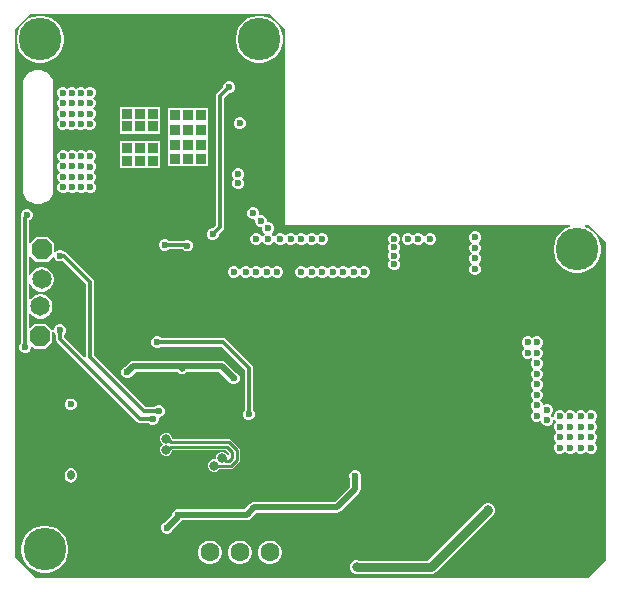
<source format=gbr>
%TF.GenerationSoftware,Altium Limited,Altium Designer,24.1.2 (44)*%
G04 Layer_Physical_Order=2*
G04 Layer_Color=16711680*
%FSLAX45Y45*%
%MOMM*%
%TF.SameCoordinates,21A1AB76-749C-4ABA-85A5-5522D30AEDF9*%
%TF.FilePolarity,Positive*%
%TF.FileFunction,Copper,L2,Bot,Signal*%
%TF.Part,Single*%
G01*
G75*
%TA.AperFunction,Conductor*%
%ADD43C,0.75000*%
%ADD44C,0.50000*%
%ADD45C,0.30000*%
%ADD47C,0.27869*%
%TA.AperFunction,ViaPad*%
%ADD51C,3.60000*%
%TA.AperFunction,ComponentPad*%
%ADD52C,1.65100*%
G04:AMPARAMS|DCode=53|XSize=1.651mm|YSize=1.651mm|CornerRadius=0mm|HoleSize=0mm|Usage=FLASHONLY|Rotation=90.000|XOffset=0mm|YOffset=0mm|HoleType=Round|Shape=Octagon|*
%AMOCTAGOND53*
4,1,8,0.41275,0.82550,-0.41275,0.82550,-0.82550,0.41275,-0.82550,-0.41275,-0.41275,-0.82550,0.41275,-0.82550,0.82550,-0.41275,0.82550,0.41275,0.41275,0.82550,0.0*
%
%ADD53OCTAGOND53*%

%ADD54R,0.80800X0.80800*%
G04:AMPARAMS|DCode=55|XSize=0.85mm|YSize=0.6mm|CornerRadius=0.3mm|HoleSize=0mm|Usage=FLASHONLY|Rotation=270.000|XOffset=0mm|YOffset=0mm|HoleType=Round|Shape=RoundedRectangle|*
%AMROUNDEDRECTD55*
21,1,0.85000,0.00000,0,0,270.0*
21,1,0.25000,0.60000,0,0,270.0*
1,1,0.60000,0.00000,-0.12500*
1,1,0.60000,0.00000,0.12500*
1,1,0.60000,0.00000,0.12500*
1,1,0.60000,0.00000,-0.12500*
%
%ADD55ROUNDEDRECTD55*%
%ADD56C,0.60000*%
G04:AMPARAMS|DCode=57|XSize=1.3mm|YSize=2.6mm|CornerRadius=0.65mm|HoleSize=0mm|Usage=FLASHONLY|Rotation=270.000|XOffset=0mm|YOffset=0mm|HoleType=Round|Shape=RoundedRectangle|*
%AMROUNDEDRECTD57*
21,1,1.30000,1.30000,0,0,270.0*
21,1,0.00000,2.60000,0,0,270.0*
1,1,1.30000,-0.65000,0.00000*
1,1,1.30000,-0.65000,0.00000*
1,1,1.30000,0.65000,0.00000*
1,1,1.30000,0.65000,0.00000*
%
%ADD57ROUNDEDRECTD57*%
G04:AMPARAMS|DCode=58|XSize=1.3mm|YSize=2.3mm|CornerRadius=0.65mm|HoleSize=0mm|Usage=FLASHONLY|Rotation=270.000|XOffset=0mm|YOffset=0mm|HoleType=Round|Shape=RoundedRectangle|*
%AMROUNDEDRECTD58*
21,1,1.30000,1.00000,0,0,270.0*
21,1,0.00000,2.30000,0,0,270.0*
1,1,1.30000,-0.50000,0.00000*
1,1,1.30000,-0.50000,0.00000*
1,1,1.30000,0.50000,0.00000*
1,1,1.30000,0.50000,0.00000*
%
%ADD58ROUNDEDRECTD58*%
%ADD59C,1.60000*%
%ADD60R,1.60000X1.60000*%
%TA.AperFunction,ViaPad*%
%ADD61C,0.80000*%
%ADD62C,0.60000*%
G36*
X4838700Y7188200D02*
Y5524500D01*
X7249956D01*
X7252483Y5511800D01*
X7220465Y5498538D01*
X7187707Y5476650D01*
X7159850Y5448793D01*
X7137962Y5416035D01*
X7122886Y5379638D01*
X7115200Y5340998D01*
Y5301602D01*
X7122886Y5262962D01*
X7137962Y5226565D01*
X7159850Y5193807D01*
X7187707Y5165950D01*
X7220465Y5144062D01*
X7256862Y5128986D01*
X7295502Y5121300D01*
X7334898D01*
X7373538Y5128986D01*
X7409935Y5144062D01*
X7442693Y5165950D01*
X7470550Y5193807D01*
X7492438Y5226565D01*
X7507514Y5262962D01*
X7515200Y5301602D01*
Y5340998D01*
X7507514Y5379638D01*
X7492438Y5416035D01*
X7470550Y5448793D01*
X7442693Y5476650D01*
X7409935Y5498538D01*
X7377917Y5511800D01*
X7380444Y5524500D01*
X7416800D01*
X7556500Y5384800D01*
Y2692400D01*
X7404100Y2540000D01*
X2730500D01*
X2552700Y2717800D01*
Y7188200D01*
X2679700Y7315200D01*
X4711700D01*
X4838700Y7188200D01*
D02*
G37*
%LPC*%
G36*
X4642498Y7299300D02*
X4603102D01*
X4564462Y7291614D01*
X4528065Y7276538D01*
X4495307Y7254650D01*
X4467450Y7226793D01*
X4445562Y7194035D01*
X4430486Y7157638D01*
X4422800Y7118998D01*
Y7079602D01*
X4430486Y7040962D01*
X4445562Y7004565D01*
X4467450Y6971807D01*
X4495307Y6943950D01*
X4528065Y6922062D01*
X4564462Y6906986D01*
X4603102Y6899300D01*
X4642498D01*
X4681138Y6906986D01*
X4717535Y6922062D01*
X4750293Y6943950D01*
X4778150Y6971807D01*
X4800038Y7004565D01*
X4815114Y7040962D01*
X4822800Y7079602D01*
Y7118998D01*
X4815114Y7157638D01*
X4800038Y7194035D01*
X4778150Y7226793D01*
X4750293Y7254650D01*
X4717535Y7276538D01*
X4681138Y7291614D01*
X4642498Y7299300D01*
D02*
G37*
G36*
X2788298D02*
X2748902D01*
X2710262Y7291614D01*
X2673865Y7276538D01*
X2641107Y7254650D01*
X2613250Y7226793D01*
X2591362Y7194035D01*
X2576286Y7157638D01*
X2568600Y7118998D01*
Y7079602D01*
X2576286Y7040962D01*
X2591362Y7004565D01*
X2613250Y6971807D01*
X2641107Y6943950D01*
X2673865Y6922062D01*
X2710262Y6906986D01*
X2748902Y6899300D01*
X2788298D01*
X2826938Y6906986D01*
X2863335Y6922062D01*
X2896093Y6943950D01*
X2923950Y6971807D01*
X2945838Y7004565D01*
X2960914Y7040962D01*
X2968600Y7079602D01*
Y7118998D01*
X2960914Y7157638D01*
X2945838Y7194035D01*
X2923950Y7226793D01*
X2896093Y7254650D01*
X2863335Y7276538D01*
X2826938Y7291614D01*
X2788298Y7299300D01*
D02*
G37*
G36*
X3198141Y6698866D02*
X3178250D01*
X3159873Y6691254D01*
X3150096Y6681477D01*
X3140318Y6691254D01*
X3121941Y6698866D01*
X3102050D01*
X3083673Y6691254D01*
X3073896Y6681477D01*
X3064118Y6691254D01*
X3045741Y6698866D01*
X3025850D01*
X3007473Y6691254D01*
X2997696Y6681477D01*
X2987918Y6691254D01*
X2969541Y6698866D01*
X2949650D01*
X2931273Y6691254D01*
X2917208Y6677189D01*
X2909596Y6658812D01*
Y6638920D01*
X2917208Y6620543D01*
X2925038Y6612713D01*
X2930031Y6604416D01*
X2925038Y6596119D01*
X2917208Y6588289D01*
X2909596Y6569912D01*
Y6550020D01*
X2917208Y6531643D01*
X2925038Y6523813D01*
X2930032Y6515516D01*
X2925038Y6507219D01*
X2917208Y6499389D01*
X2909596Y6481012D01*
Y6461120D01*
X2917208Y6442743D01*
X2925038Y6434913D01*
X2930032Y6426616D01*
X2925038Y6418319D01*
X2917208Y6410489D01*
X2909596Y6392112D01*
Y6372220D01*
X2917208Y6353843D01*
X2931273Y6339778D01*
X2949650Y6332166D01*
X2969541D01*
X2987918Y6339778D01*
X2997696Y6349555D01*
X3007473Y6339778D01*
X3025850Y6332166D01*
X3045741D01*
X3064118Y6339778D01*
X3073896Y6349555D01*
X3083673Y6339778D01*
X3102050Y6332166D01*
X3121941D01*
X3140318Y6339778D01*
X3150096Y6349555D01*
X3159873Y6339778D01*
X3178250Y6332166D01*
X3198141D01*
X3216518Y6339778D01*
X3230584Y6353843D01*
X3238195Y6372220D01*
Y6392112D01*
X3230584Y6410489D01*
X3222753Y6418319D01*
X3217760Y6426616D01*
X3222753Y6434913D01*
X3230584Y6442743D01*
X3238196Y6461120D01*
Y6481012D01*
X3230584Y6499389D01*
X3222753Y6507219D01*
X3217760Y6515516D01*
X3222753Y6523813D01*
X3230584Y6531643D01*
X3238195Y6550020D01*
Y6569912D01*
X3230584Y6588289D01*
X3222753Y6596119D01*
X3217760Y6604416D01*
X3222753Y6612713D01*
X3230584Y6620543D01*
X3238195Y6638920D01*
Y6658812D01*
X3230584Y6677189D01*
X3216518Y6691254D01*
X3198141Y6698866D01*
D02*
G37*
G36*
X4467646Y6438100D02*
X4447754D01*
X4429377Y6430488D01*
X4415312Y6416423D01*
X4407700Y6398046D01*
Y6378154D01*
X4415312Y6359777D01*
X4429377Y6345712D01*
X4447754Y6338100D01*
X4467646D01*
X4486023Y6345712D01*
X4500088Y6359777D01*
X4507700Y6378154D01*
Y6398046D01*
X4500088Y6416423D01*
X4486023Y6430488D01*
X4467646Y6438100D01*
D02*
G37*
G36*
X3673200Y6528100D02*
X3552400D01*
Y6528099D01*
X3444100D01*
Y6407300D01*
X3444100D01*
Y6302300D01*
X3564900D01*
Y6302300D01*
X3660700D01*
Y6302300D01*
X3781500D01*
Y6407300D01*
Y6528100D01*
X3673200D01*
Y6528100D01*
D02*
G37*
G36*
X3781500Y6238100D02*
X3660700D01*
Y6238100D01*
X3564900D01*
Y6238100D01*
X3444100D01*
Y6117300D01*
X3444101D01*
Y6012300D01*
X3673199D01*
Y6012300D01*
X3781500D01*
Y6117300D01*
Y6238100D01*
D02*
G37*
G36*
X3124637Y6163291D02*
X3104746D01*
X3086368Y6155679D01*
X3076591Y6145902D01*
X3066814Y6155679D01*
X3048437Y6163291D01*
X3028546D01*
X3010168Y6155679D01*
X3000391Y6145902D01*
X2990614Y6155679D01*
X2972237Y6163291D01*
X2952346D01*
X2933968Y6155679D01*
X2919903Y6141614D01*
X2912291Y6123236D01*
Y6103345D01*
X2919903Y6084968D01*
X2927734Y6077137D01*
X2932727Y6068841D01*
X2927734Y6060544D01*
X2919903Y6052714D01*
X2912291Y6034336D01*
Y6014445D01*
X2919903Y5996068D01*
X2927734Y5988237D01*
X2932727Y5979941D01*
X2927734Y5971644D01*
X2919903Y5963814D01*
X2912292Y5945436D01*
Y5925545D01*
X2919903Y5907168D01*
X2927734Y5899338D01*
X2932727Y5891041D01*
X2927734Y5882744D01*
X2919903Y5874914D01*
X2912291Y5856536D01*
Y5836645D01*
X2919903Y5818268D01*
X2933968Y5804203D01*
X2952346Y5796591D01*
X2972237D01*
X2990614Y5804203D01*
X3000391Y5813980D01*
X3010168Y5804203D01*
X3028546Y5796591D01*
X3048437D01*
X3066814Y5804203D01*
X3076591Y5813980D01*
X3086368Y5804203D01*
X3104746Y5796591D01*
X3124637D01*
X3143014Y5804203D01*
X3152791Y5813980D01*
X3162568Y5804203D01*
X3180946Y5796591D01*
X3200837D01*
X3219214Y5804203D01*
X3233279Y5818268D01*
X3240891Y5836645D01*
Y5856536D01*
X3233279Y5874914D01*
X3225449Y5882744D01*
X3220455Y5891041D01*
X3225449Y5899337D01*
X3233280Y5907168D01*
X3240891Y5925545D01*
Y5945436D01*
X3233280Y5963814D01*
X3227142Y5969951D01*
X3220824Y5979639D01*
X3227142Y5986545D01*
X3234657Y5994060D01*
X3242269Y6012437D01*
Y6032328D01*
X3234657Y6050705D01*
X3226826Y6058536D01*
X3221833Y6066833D01*
X3226826Y6075129D01*
X3234657Y6082960D01*
X3242269Y6101337D01*
Y6121228D01*
X3234657Y6139605D01*
X3220592Y6153671D01*
X3202215Y6161283D01*
X3182323D01*
X3163946Y6153671D01*
X3154484Y6144209D01*
X3143014Y6155679D01*
X3124637Y6163291D01*
D02*
G37*
G36*
X4078200Y6516225D02*
X3957401D01*
Y6516225D01*
X3849099D01*
Y6405175D01*
X3849099Y6395425D01*
X3849099Y6382725D01*
Y6281425D01*
X3849099Y6271675D01*
X3849100Y6258975D01*
Y6157675D01*
X3849099Y6147925D01*
X3849100Y6135225D01*
Y6024175D01*
X3957401D01*
Y6024175D01*
X4065700D01*
Y6024174D01*
X4186500D01*
Y6135224D01*
X4186500Y6144974D01*
X4186500Y6157675D01*
Y6258975D01*
X4186500Y6271675D01*
X4186500Y6281425D01*
Y6382725D01*
X4186500Y6392475D01*
X4186500Y6405175D01*
Y6516225D01*
X4078200D01*
Y6516225D01*
D02*
G37*
G36*
X4454946Y6006300D02*
X4435054D01*
X4416677Y5998688D01*
X4402612Y5984623D01*
X4395000Y5966246D01*
Y5946354D01*
X4402612Y5927977D01*
X4412389Y5918200D01*
X4402612Y5908423D01*
X4395000Y5890046D01*
Y5870154D01*
X4402612Y5851777D01*
X4416677Y5837712D01*
X4435054Y5830100D01*
X4454946D01*
X4473323Y5837712D01*
X4487388Y5851777D01*
X4495000Y5870154D01*
Y5890046D01*
X4487388Y5908423D01*
X4477611Y5918200D01*
X4487388Y5927977D01*
X4495000Y5946354D01*
Y5966246D01*
X4487388Y5984623D01*
X4473323Y5998688D01*
X4454946Y6006300D01*
D02*
G37*
G36*
X2767349Y6838692D02*
X2731751D01*
X2729781Y6838300D01*
X2727772D01*
X2708453Y6834457D01*
X2706597Y6833689D01*
X2704627Y6833297D01*
X2686428Y6825759D01*
X2684758Y6824643D01*
X2682903Y6823874D01*
X2666525Y6812930D01*
X2665104Y6811510D01*
X2663435Y6810395D01*
X2649505Y6796466D01*
X2648389Y6794795D01*
X2646970Y6793376D01*
X2636026Y6776997D01*
X2635257Y6775142D01*
X2634141Y6773472D01*
X2626603Y6755273D01*
X2626211Y6753303D01*
X2625443Y6751447D01*
X2621600Y6732128D01*
Y6730119D01*
X2621208Y6728149D01*
Y6718300D01*
Y5826100D01*
Y5816251D01*
X2621600Y5814281D01*
Y5812273D01*
X2625443Y5792953D01*
X2626211Y5791097D01*
X2626603Y5789128D01*
X2634141Y5770929D01*
X2635257Y5769259D01*
X2636026Y5767403D01*
X2646970Y5751025D01*
X2648390Y5749604D01*
X2649505Y5747935D01*
X2663434Y5734006D01*
X2665105Y5732890D01*
X2666525Y5731470D01*
X2682903Y5720526D01*
X2684758Y5719757D01*
X2686428Y5718642D01*
X2704627Y5711103D01*
X2706597Y5710712D01*
X2708453Y5709943D01*
X2727773Y5706100D01*
X2729781D01*
X2731751Y5705708D01*
X2767349D01*
X2769319Y5706100D01*
X2771327D01*
X2790647Y5709943D01*
X2792503Y5710712D01*
X2794473Y5711103D01*
X2812672Y5718642D01*
X2814342Y5719757D01*
X2816197Y5720526D01*
X2832575Y5731470D01*
X2833996Y5732890D01*
X2835665Y5734006D01*
X2849595Y5747935D01*
X2850711Y5749605D01*
X2852130Y5751025D01*
X2863074Y5767403D01*
X2863843Y5769259D01*
X2864959Y5770929D01*
X2872497Y5789128D01*
X2872889Y5791098D01*
X2873657Y5792953D01*
X2877500Y5812273D01*
Y5814281D01*
X2877892Y5816251D01*
Y5826100D01*
Y6718300D01*
Y6728149D01*
X2877500Y6730119D01*
Y6732128D01*
X2873657Y6751448D01*
X2872889Y6753303D01*
X2872497Y6755273D01*
X2864959Y6773472D01*
X2863843Y6775142D01*
X2863074Y6776997D01*
X2852130Y6793376D01*
X2850710Y6794796D01*
X2849595Y6796465D01*
X2835666Y6810395D01*
X2833995Y6811511D01*
X2832575Y6812930D01*
X2816197Y6823874D01*
X2814342Y6824643D01*
X2812672Y6825759D01*
X2794473Y6833297D01*
X2792503Y6833689D01*
X2790647Y6834457D01*
X2771328Y6838300D01*
X2769319D01*
X2767349Y6838692D01*
D02*
G37*
G36*
X6080546Y5460200D02*
X6060654D01*
X6042277Y5452588D01*
X6028212Y5438523D01*
X6026673Y5434808D01*
X6012927D01*
X6011388Y5438523D01*
X5997323Y5452588D01*
X5978946Y5460200D01*
X5959054D01*
X5940677Y5452588D01*
X5932847Y5444757D01*
X5924550Y5439764D01*
X5916253Y5444757D01*
X5908423Y5452588D01*
X5890046Y5460200D01*
X5870154D01*
X5851777Y5452588D01*
X5837712Y5438523D01*
X5830100Y5420146D01*
Y5400254D01*
X5837712Y5381877D01*
X5851777Y5367812D01*
X5870154Y5360200D01*
X5890046D01*
X5908423Y5367812D01*
X5916253Y5375643D01*
X5924550Y5380636D01*
X5932847Y5375643D01*
X5940677Y5367812D01*
X5959054Y5360200D01*
X5978946D01*
X5997323Y5367812D01*
X6011388Y5381877D01*
X6012927Y5385592D01*
X6026673D01*
X6028212Y5381877D01*
X6042277Y5367812D01*
X6060654Y5360200D01*
X6080546D01*
X6098923Y5367812D01*
X6112988Y5381877D01*
X6120600Y5400254D01*
Y5420146D01*
X6112988Y5438523D01*
X6098923Y5452588D01*
X6080546Y5460200D01*
D02*
G37*
G36*
X4581946Y5676100D02*
X4562054D01*
X4543677Y5668488D01*
X4529612Y5654423D01*
X4522000Y5636046D01*
Y5616154D01*
X4529612Y5597777D01*
X4543677Y5583712D01*
X4562054Y5576100D01*
X4573767D01*
X4582772Y5573372D01*
X4585500Y5564367D01*
Y5552654D01*
X4593112Y5534277D01*
X4607177Y5520212D01*
X4625554Y5512600D01*
X4637267D01*
X4646272Y5509872D01*
X4649000Y5500867D01*
Y5489154D01*
X4656612Y5470777D01*
X4664443Y5462947D01*
X4669436Y5454650D01*
X4664443Y5446353D01*
X4656612Y5438523D01*
X4655073Y5434808D01*
X4641327D01*
X4639788Y5438523D01*
X4625723Y5452588D01*
X4607346Y5460200D01*
X4587454D01*
X4569077Y5452588D01*
X4555012Y5438523D01*
X4547400Y5420146D01*
Y5400254D01*
X4555012Y5381877D01*
X4569077Y5367812D01*
X4587454Y5360200D01*
X4607346D01*
X4625723Y5367812D01*
X4639788Y5381877D01*
X4641327Y5385592D01*
X4655073D01*
X4656612Y5381877D01*
X4670677Y5367812D01*
X4689054Y5360200D01*
X4708946D01*
X4727323Y5367812D01*
X4741388Y5381877D01*
X4742927Y5385592D01*
X4756673D01*
X4758212Y5381877D01*
X4772277Y5367812D01*
X4790654Y5360200D01*
X4810546D01*
X4828923Y5367812D01*
X4836753Y5375643D01*
X4845050Y5380636D01*
X4853347Y5375643D01*
X4861177Y5367812D01*
X4879554Y5360200D01*
X4899446D01*
X4917823Y5367812D01*
X4925653Y5375643D01*
X4933950Y5380636D01*
X4942247Y5375643D01*
X4950077Y5367812D01*
X4968454Y5360200D01*
X4988346D01*
X5006723Y5367812D01*
X5014553Y5375643D01*
X5022850Y5380636D01*
X5031147Y5375643D01*
X5038977Y5367812D01*
X5057354Y5360200D01*
X5077246D01*
X5095623Y5367812D01*
X5103453Y5375643D01*
X5111750Y5380636D01*
X5120047Y5375643D01*
X5127877Y5367812D01*
X5146254Y5360200D01*
X5166146D01*
X5184523Y5367812D01*
X5198588Y5381877D01*
X5206200Y5400254D01*
Y5420146D01*
X5198588Y5438523D01*
X5184523Y5452588D01*
X5166146Y5460200D01*
X5146254D01*
X5127877Y5452588D01*
X5120047Y5444757D01*
X5111750Y5439764D01*
X5103453Y5444757D01*
X5095623Y5452588D01*
X5077246Y5460200D01*
X5057354D01*
X5038977Y5452588D01*
X5031147Y5444757D01*
X5022850Y5439764D01*
X5014553Y5444757D01*
X5006723Y5452588D01*
X4988346Y5460200D01*
X4968454D01*
X4950077Y5452588D01*
X4942247Y5444757D01*
X4933950Y5439764D01*
X4925653Y5444757D01*
X4917823Y5452588D01*
X4899446Y5460200D01*
X4879554D01*
X4861177Y5452588D01*
X4853347Y5444757D01*
X4845050Y5439764D01*
X4836753Y5444757D01*
X4828923Y5452588D01*
X4810546Y5460200D01*
X4790654D01*
X4772277Y5452588D01*
X4758212Y5438523D01*
X4756673Y5434808D01*
X4742927D01*
X4741388Y5438523D01*
X4733557Y5446353D01*
X4728564Y5454650D01*
X4733557Y5462947D01*
X4741388Y5470777D01*
X4749000Y5489154D01*
Y5509046D01*
X4741388Y5527423D01*
X4727323Y5541488D01*
X4708946Y5549100D01*
X4697233D01*
X4688228Y5551828D01*
X4685500Y5560833D01*
Y5572546D01*
X4677888Y5590923D01*
X4663823Y5604988D01*
X4645446Y5612600D01*
X4633733D01*
X4624728Y5615328D01*
X4622000Y5624333D01*
Y5636046D01*
X4614388Y5654423D01*
X4600323Y5668488D01*
X4581946Y5676100D01*
D02*
G37*
G36*
X4378746Y6742900D02*
X4358854D01*
X4340477Y6735288D01*
X4326412Y6721223D01*
X4318800Y6702846D01*
Y6693367D01*
X4267366Y6641934D01*
X4259631Y6630356D01*
X4256914Y6616700D01*
Y5526582D01*
X4228633Y5498300D01*
X4219154D01*
X4200777Y5490688D01*
X4186712Y5476623D01*
X4179100Y5458246D01*
Y5438354D01*
X4186712Y5419977D01*
X4200777Y5405912D01*
X4219154Y5398300D01*
X4239046D01*
X4257423Y5405912D01*
X4271488Y5419977D01*
X4279100Y5438354D01*
Y5447833D01*
X4317834Y5486566D01*
X4325569Y5498144D01*
X4328286Y5511800D01*
Y6601918D01*
X4369267Y6642900D01*
X4378746D01*
X4397123Y6650512D01*
X4411188Y6664577D01*
X4418800Y6682954D01*
Y6702846D01*
X4411188Y6721223D01*
X4397123Y6735288D01*
X4378746Y6742900D01*
D02*
G37*
G36*
X3832646Y5409400D02*
X3812754D01*
X3794377Y5401788D01*
X3780312Y5387723D01*
X3772700Y5369346D01*
Y5349454D01*
X3780312Y5331077D01*
X3794377Y5317012D01*
X3812754Y5309400D01*
X3832646D01*
X3851023Y5317012D01*
X3854857Y5320846D01*
X3975403D01*
X3984973Y5311276D01*
X4003350Y5303664D01*
X4023242D01*
X4041619Y5311276D01*
X4055684Y5325341D01*
X4063296Y5343718D01*
Y5363609D01*
X4055684Y5381986D01*
X4041619Y5396052D01*
X4023242Y5403664D01*
X4003350D01*
X3984973Y5396052D01*
X3981139Y5392218D01*
X3860593D01*
X3851023Y5401788D01*
X3832646Y5409400D01*
D02*
G37*
G36*
X5521746Y5180800D02*
X5501854D01*
X5483477Y5173188D01*
X5475647Y5165357D01*
X5467350Y5160364D01*
X5459053Y5165357D01*
X5451223Y5173188D01*
X5432846Y5180800D01*
X5412954D01*
X5394577Y5173188D01*
X5386747Y5165357D01*
X5378450Y5160364D01*
X5370153Y5165357D01*
X5362323Y5173188D01*
X5343946Y5180800D01*
X5324054D01*
X5305677Y5173188D01*
X5297847Y5165357D01*
X5289550Y5160364D01*
X5281253Y5165357D01*
X5273423Y5173188D01*
X5255046Y5180800D01*
X5235154D01*
X5216777Y5173188D01*
X5208947Y5165357D01*
X5200650Y5160364D01*
X5192353Y5165357D01*
X5184523Y5173188D01*
X5166146Y5180800D01*
X5146254D01*
X5127877Y5173188D01*
X5120047Y5165357D01*
X5111750Y5160364D01*
X5103453Y5165357D01*
X5095623Y5173188D01*
X5077246Y5180800D01*
X5057354D01*
X5038977Y5173188D01*
X5031147Y5165357D01*
X5022850Y5160364D01*
X5014553Y5165357D01*
X5006723Y5173188D01*
X4988346Y5180800D01*
X4968454D01*
X4950077Y5173188D01*
X4936012Y5159123D01*
X4928400Y5140746D01*
Y5120854D01*
X4936012Y5102477D01*
X4950077Y5088412D01*
X4968454Y5080800D01*
X4988346D01*
X5006723Y5088412D01*
X5014553Y5096243D01*
X5022850Y5101236D01*
X5031147Y5096243D01*
X5038977Y5088412D01*
X5057354Y5080800D01*
X5077246D01*
X5095623Y5088412D01*
X5103453Y5096243D01*
X5111750Y5101236D01*
X5120047Y5096243D01*
X5127877Y5088412D01*
X5146254Y5080800D01*
X5166146D01*
X5184523Y5088412D01*
X5192353Y5096243D01*
X5200650Y5101236D01*
X5208947Y5096243D01*
X5216777Y5088412D01*
X5235154Y5080800D01*
X5255046D01*
X5273423Y5088412D01*
X5281253Y5096243D01*
X5289550Y5101236D01*
X5297847Y5096243D01*
X5305677Y5088412D01*
X5324054Y5080800D01*
X5343946D01*
X5362323Y5088412D01*
X5370153Y5096243D01*
X5378450Y5101236D01*
X5386747Y5096243D01*
X5394577Y5088412D01*
X5412954Y5080800D01*
X5432846D01*
X5451223Y5088412D01*
X5459053Y5096243D01*
X5467350Y5101236D01*
X5475647Y5096243D01*
X5483477Y5088412D01*
X5501854Y5080800D01*
X5521746D01*
X5540123Y5088412D01*
X5554188Y5102477D01*
X5561800Y5120854D01*
Y5140746D01*
X5554188Y5159123D01*
X5540123Y5173188D01*
X5521746Y5180800D01*
D02*
G37*
G36*
X4785146D02*
X4765254D01*
X4746877Y5173188D01*
X4739047Y5165357D01*
X4730750Y5160364D01*
X4722453Y5165357D01*
X4714623Y5173188D01*
X4696246Y5180800D01*
X4676354D01*
X4657977Y5173188D01*
X4650147Y5165357D01*
X4641850Y5160364D01*
X4633553Y5165357D01*
X4625723Y5173188D01*
X4607346Y5180800D01*
X4587454D01*
X4569077Y5173188D01*
X4561247Y5165357D01*
X4552950Y5160364D01*
X4544653Y5165357D01*
X4536823Y5173188D01*
X4518446Y5180800D01*
X4498554D01*
X4480177Y5173188D01*
X4466112Y5159123D01*
X4464573Y5155408D01*
X4450827D01*
X4449288Y5159123D01*
X4435223Y5173188D01*
X4416846Y5180800D01*
X4396954D01*
X4378577Y5173188D01*
X4364512Y5159123D01*
X4356900Y5140746D01*
Y5120854D01*
X4364512Y5102477D01*
X4378577Y5088412D01*
X4396954Y5080800D01*
X4416846D01*
X4435223Y5088412D01*
X4449288Y5102477D01*
X4450827Y5106192D01*
X4464573D01*
X4466112Y5102477D01*
X4480177Y5088412D01*
X4498554Y5080800D01*
X4518446D01*
X4536823Y5088412D01*
X4544653Y5096243D01*
X4552950Y5101236D01*
X4561247Y5096243D01*
X4569077Y5088412D01*
X4587454Y5080800D01*
X4607346D01*
X4625723Y5088412D01*
X4633553Y5096243D01*
X4641850Y5101236D01*
X4650147Y5096243D01*
X4657977Y5088412D01*
X4676354Y5080800D01*
X4696246D01*
X4714623Y5088412D01*
X4722453Y5096243D01*
X4730750Y5101236D01*
X4739047Y5096243D01*
X4746877Y5088412D01*
X4765254Y5080800D01*
X4785146D01*
X4803523Y5088412D01*
X4817588Y5102477D01*
X4825200Y5120854D01*
Y5140746D01*
X4817588Y5159123D01*
X4803523Y5173188D01*
X4785146Y5180800D01*
D02*
G37*
G36*
X5775746Y5460200D02*
X5755854D01*
X5737477Y5452588D01*
X5723412Y5438523D01*
X5715800Y5420146D01*
Y5400254D01*
X5723412Y5381877D01*
X5730596Y5374693D01*
X5722071Y5366169D01*
X5714459Y5347792D01*
Y5327900D01*
X5722071Y5309523D01*
X5728552Y5303042D01*
X5721415Y5295904D01*
X5713803Y5277527D01*
Y5257636D01*
X5721415Y5239259D01*
X5730731Y5229942D01*
X5723412Y5222623D01*
X5715800Y5204246D01*
Y5184354D01*
X5723412Y5165977D01*
X5737477Y5151912D01*
X5755854Y5144300D01*
X5775746D01*
X5794123Y5151912D01*
X5808188Y5165977D01*
X5815800Y5184354D01*
Y5204246D01*
X5808188Y5222623D01*
X5798871Y5231939D01*
X5806191Y5239259D01*
X5813802Y5257636D01*
Y5277527D01*
X5806191Y5295904D01*
X5799710Y5302385D01*
X5806847Y5309523D01*
X5814459Y5327900D01*
Y5347792D01*
X5806847Y5366169D01*
X5799664Y5373353D01*
X5808188Y5381877D01*
X5815800Y5400254D01*
Y5420146D01*
X5808188Y5438523D01*
X5794123Y5452588D01*
X5775746Y5460200D01*
D02*
G37*
G36*
X6461546Y5472900D02*
X6441654D01*
X6423277Y5465288D01*
X6409212Y5451223D01*
X6401600Y5432846D01*
Y5412954D01*
X6409212Y5394577D01*
X6417043Y5386747D01*
X6422036Y5378450D01*
X6417043Y5370153D01*
X6409212Y5362323D01*
X6401600Y5343946D01*
Y5324054D01*
X6409212Y5305677D01*
X6417043Y5297847D01*
X6422036Y5289550D01*
X6417043Y5281253D01*
X6409212Y5273423D01*
X6401600Y5255046D01*
Y5235154D01*
X6409212Y5216777D01*
X6418524Y5207465D01*
X6420309Y5196801D01*
X6417731Y5191665D01*
X6406611Y5180545D01*
X6398999Y5162168D01*
Y5142277D01*
X6406611Y5123900D01*
X6420676Y5109834D01*
X6439053Y5102222D01*
X6458945D01*
X6477322Y5109834D01*
X6491387Y5123900D01*
X6498999Y5142277D01*
Y5162168D01*
X6491387Y5180545D01*
X6482075Y5189857D01*
X6480290Y5200521D01*
X6482868Y5205657D01*
X6493988Y5216777D01*
X6501600Y5235154D01*
Y5255046D01*
X6493988Y5273423D01*
X6486157Y5281253D01*
X6481164Y5289550D01*
X6486157Y5297847D01*
X6493988Y5305677D01*
X6501600Y5324054D01*
Y5343946D01*
X6493988Y5362323D01*
X6486157Y5370153D01*
X6481164Y5378450D01*
X6486157Y5386747D01*
X6493988Y5394577D01*
X6501600Y5412954D01*
Y5432846D01*
X6493988Y5451223D01*
X6479923Y5465288D01*
X6461546Y5472900D01*
D02*
G37*
G36*
X6982246Y4583900D02*
X6962354D01*
X6943977Y4576288D01*
X6934200Y4566511D01*
X6924423Y4576288D01*
X6906046Y4583900D01*
X6886154D01*
X6867777Y4576288D01*
X6853712Y4562223D01*
X6846100Y4543846D01*
Y4523954D01*
X6853712Y4505577D01*
X6861543Y4497747D01*
X6866536Y4489450D01*
X6861543Y4481153D01*
X6853712Y4473323D01*
X6846100Y4454946D01*
Y4435054D01*
X6853712Y4416677D01*
X6867777Y4402612D01*
X6886154Y4395000D01*
X6906046D01*
X6924423Y4402612D01*
X6926502Y4404691D01*
X6930039Y4404083D01*
X6934875Y4396656D01*
X6935711Y4390222D01*
X6929912Y4384423D01*
X6922300Y4366046D01*
Y4346154D01*
X6929912Y4327777D01*
X6937743Y4319947D01*
X6942736Y4311650D01*
X6937743Y4303353D01*
X6929912Y4295523D01*
X6922300Y4277146D01*
Y4257254D01*
X6929912Y4238877D01*
X6937743Y4231047D01*
X6942736Y4222750D01*
X6937743Y4214453D01*
X6929912Y4206623D01*
X6922300Y4188246D01*
Y4168354D01*
X6929912Y4149977D01*
X6937743Y4142147D01*
X6942736Y4133850D01*
X6937743Y4125553D01*
X6929912Y4117723D01*
X6922300Y4099346D01*
Y4079454D01*
X6929912Y4061077D01*
X6937743Y4053247D01*
X6942736Y4044950D01*
X6937743Y4036653D01*
X6929912Y4028823D01*
X6922300Y4010446D01*
Y3990554D01*
X6929912Y3972177D01*
X6937743Y3964347D01*
X6942736Y3956050D01*
X6937743Y3947753D01*
X6929912Y3939923D01*
X6922300Y3921546D01*
Y3901654D01*
X6929912Y3883277D01*
X6943977Y3869212D01*
X6962354Y3861600D01*
X6982246D01*
X6998500Y3868333D01*
X7007490Y3864950D01*
X7011706Y3862334D01*
X7018812Y3845177D01*
X7032877Y3831112D01*
X7051254Y3823500D01*
X7071146D01*
X7089523Y3831112D01*
X7103588Y3845177D01*
X7111200Y3863554D01*
Y3880222D01*
X7123900Y3882748D01*
X7125003Y3880086D01*
X7132833Y3872255D01*
X7137827Y3863959D01*
X7132833Y3855662D01*
X7125003Y3847832D01*
X7117391Y3829454D01*
Y3809563D01*
X7125003Y3791186D01*
X7132833Y3783355D01*
X7137827Y3775059D01*
X7132833Y3766762D01*
X7125003Y3758932D01*
X7117391Y3740554D01*
Y3720663D01*
X7125003Y3702286D01*
X7132833Y3694455D01*
X7137827Y3686159D01*
X7132833Y3677862D01*
X7125003Y3670032D01*
X7117391Y3651654D01*
Y3631763D01*
X7125003Y3613386D01*
X7139068Y3599321D01*
X7157445Y3591709D01*
X7177336D01*
X7195714Y3599321D01*
X7203544Y3607151D01*
X7211841Y3612145D01*
X7220137Y3607151D01*
X7227968Y3599321D01*
X7246345Y3591709D01*
X7266236D01*
X7284614Y3599321D01*
X7292444Y3607151D01*
X7300741Y3612145D01*
X7309037Y3607151D01*
X7316868Y3599321D01*
X7335245Y3591709D01*
X7355136D01*
X7373514Y3599321D01*
X7381344Y3607151D01*
X7389641Y3612145D01*
X7397937Y3607151D01*
X7405768Y3599321D01*
X7424145Y3591709D01*
X7444036D01*
X7462414Y3599321D01*
X7476479Y3613386D01*
X7484091Y3631763D01*
Y3651654D01*
X7476479Y3670032D01*
X7468648Y3677862D01*
X7463655Y3686159D01*
X7468648Y3694455D01*
X7476479Y3702286D01*
X7484091Y3720663D01*
Y3740554D01*
X7476479Y3758932D01*
X7468648Y3766762D01*
X7463655Y3775059D01*
X7468648Y3783355D01*
X7476479Y3791186D01*
X7484091Y3809563D01*
Y3829454D01*
X7476479Y3847832D01*
X7468648Y3855662D01*
X7463655Y3863959D01*
X7468648Y3872255D01*
X7476479Y3880086D01*
X7484091Y3898463D01*
Y3918354D01*
X7476479Y3936732D01*
X7462414Y3950797D01*
X7444036Y3958409D01*
X7424145D01*
X7405768Y3950797D01*
X7397937Y3942966D01*
X7389641Y3937973D01*
X7381344Y3942966D01*
X7373514Y3950797D01*
X7355136Y3958409D01*
X7335245D01*
X7316868Y3950797D01*
X7309037Y3942966D01*
X7300741Y3937973D01*
X7292444Y3942966D01*
X7284614Y3950797D01*
X7266236Y3958409D01*
X7246345D01*
X7227968Y3950797D01*
X7220137Y3942966D01*
X7211841Y3937973D01*
X7203544Y3942966D01*
X7195714Y3950797D01*
X7177336Y3958409D01*
X7157445D01*
X7139068Y3950797D01*
X7125003Y3936732D01*
X7117391Y3918354D01*
Y3901686D01*
X7104691Y3899160D01*
X7103588Y3901823D01*
X7095757Y3909653D01*
X7090764Y3917950D01*
X7095757Y3926247D01*
X7103588Y3934077D01*
X7111200Y3952454D01*
Y3972346D01*
X7103588Y3990723D01*
X7089523Y4004788D01*
X7071146Y4012400D01*
X7051254D01*
X7035000Y4005667D01*
X7026010Y4009050D01*
X7021794Y4011666D01*
X7014688Y4028823D01*
X7006857Y4036653D01*
X7001864Y4044950D01*
X7006857Y4053247D01*
X7014688Y4061077D01*
X7022300Y4079454D01*
Y4099346D01*
X7014688Y4117723D01*
X7006857Y4125553D01*
X7001864Y4133850D01*
X7006857Y4142147D01*
X7014688Y4149977D01*
X7022300Y4168354D01*
Y4188246D01*
X7014688Y4206623D01*
X7006857Y4214453D01*
X7001864Y4222750D01*
X7006857Y4231047D01*
X7014688Y4238877D01*
X7022300Y4257254D01*
Y4277146D01*
X7014688Y4295523D01*
X7006857Y4303353D01*
X7001864Y4311650D01*
X7006857Y4319947D01*
X7014688Y4327777D01*
X7022300Y4346154D01*
Y4366046D01*
X7014688Y4384423D01*
X7006857Y4392253D01*
X7001864Y4400550D01*
X7006857Y4408847D01*
X7014688Y4416677D01*
X7022300Y4435054D01*
Y4454946D01*
X7014688Y4473323D01*
X7006857Y4481153D01*
X7001864Y4489450D01*
X7006857Y4497747D01*
X7014688Y4505577D01*
X7022300Y4523954D01*
Y4543846D01*
X7014688Y4562223D01*
X7000623Y4576288D01*
X6982246Y4583900D01*
D02*
G37*
G36*
X4304163Y4377718D02*
X3987800D01*
X3978095Y4375788D01*
X3968389Y4377718D01*
X3557137D01*
X3539579Y4374226D01*
X3524694Y4364280D01*
X3486820Y4326406D01*
X3476877Y4322288D01*
X3462812Y4308223D01*
X3455200Y4289846D01*
Y4269954D01*
X3462812Y4251577D01*
X3476877Y4237512D01*
X3495254Y4229900D01*
X3515146D01*
X3533523Y4237512D01*
X3547588Y4251577D01*
X3551706Y4261520D01*
X3576142Y4285955D01*
X3931955D01*
X3935946Y4279983D01*
X3950831Y4270037D01*
X3968389Y4266544D01*
X3985947Y4270037D01*
X4000832Y4279983D01*
X4006805Y4285955D01*
X4285158D01*
X4360394Y4210720D01*
X4364512Y4200777D01*
X4378577Y4186712D01*
X4396954Y4179100D01*
X4416846D01*
X4435223Y4186712D01*
X4449288Y4200777D01*
X4456900Y4219154D01*
Y4239046D01*
X4449288Y4257423D01*
X4435223Y4271488D01*
X4425280Y4275606D01*
X4336606Y4364280D01*
X4321721Y4374226D01*
X4304163Y4377718D01*
D02*
G37*
G36*
X3037045Y4058400D02*
X3017154D01*
X2998777Y4050788D01*
X2984712Y4036723D01*
X2977100Y4018346D01*
Y3998454D01*
X2984712Y3980077D01*
X2998777Y3966012D01*
X3017154Y3958400D01*
X3037045D01*
X3055423Y3966012D01*
X3069488Y3980077D01*
X3077100Y3998454D01*
Y4018346D01*
X3069488Y4036723D01*
X3055423Y4050788D01*
X3037045Y4058400D01*
D02*
G37*
G36*
X3769146Y4583900D02*
X3749254D01*
X3730877Y4576288D01*
X3716812Y4562223D01*
X3709200Y4543846D01*
Y4523954D01*
X3716812Y4505577D01*
X3730877Y4491512D01*
X3749254Y4483900D01*
X3769146D01*
X3787523Y4491512D01*
X3794225Y4498214D01*
X4303218D01*
X4498214Y4303218D01*
Y3959325D01*
X4491512Y3952623D01*
X4483900Y3934246D01*
Y3914354D01*
X4491512Y3895977D01*
X4505577Y3881912D01*
X4523954Y3874300D01*
X4543846D01*
X4562223Y3881912D01*
X4576288Y3895977D01*
X4583900Y3914354D01*
Y3934246D01*
X4576288Y3952623D01*
X4569586Y3959325D01*
Y4318000D01*
X4566869Y4331656D01*
X4559134Y4343234D01*
X4343234Y4559134D01*
X4331656Y4566869D01*
X4318000Y4569586D01*
X3794225D01*
X3787523Y4576288D01*
X3769146Y4583900D01*
D02*
G37*
G36*
X2664246Y5663400D02*
X2644354D01*
X2625977Y5655788D01*
X2611912Y5641723D01*
X2604300Y5623346D01*
Y5603454D01*
X2604703Y5602481D01*
X2604361Y5601968D01*
X2601644Y5588312D01*
Y4524396D01*
X2598254Y4521006D01*
X2590643Y4502629D01*
Y4482738D01*
X2598254Y4464361D01*
X2612320Y4450295D01*
X2630697Y4442684D01*
X2650588D01*
X2668965Y4450295D01*
X2683030Y4464361D01*
X2690642Y4482738D01*
Y4490872D01*
X2703342Y4496133D01*
X2717325Y4482150D01*
X2819875D01*
X2871150Y4533425D01*
Y4623451D01*
X2871150Y4625192D01*
X2883700Y4625554D01*
X2884405Y4623853D01*
X2891312Y4607177D01*
X2898014Y4600475D01*
Y4564026D01*
X2900731Y4550370D01*
X2908466Y4538793D01*
X3589270Y3857989D01*
X3600848Y3850253D01*
X3614504Y3847537D01*
X3687808D01*
X3693032Y3842312D01*
X3711410Y3834700D01*
X3731301D01*
X3749678Y3842312D01*
X3763743Y3856377D01*
X3771355Y3874755D01*
Y3894646D01*
X3782838Y3900111D01*
X3800223Y3907312D01*
X3814288Y3921377D01*
X3821900Y3939754D01*
Y3959646D01*
X3814288Y3978023D01*
X3800223Y3992088D01*
X3781846Y3999700D01*
X3761954D01*
X3743577Y3992088D01*
X3736875Y3985386D01*
X3661846D01*
X3223386Y4423846D01*
Y5042183D01*
X3220669Y5055839D01*
X3212934Y5067417D01*
X2991877Y5288473D01*
X2980300Y5296209D01*
X2979222Y5296423D01*
X2978858Y5297302D01*
X2964793Y5311368D01*
X2946415Y5318979D01*
X2926524D01*
X2908147Y5311368D01*
X2896550Y5299770D01*
X2885011Y5302942D01*
X2883850Y5303664D01*
Y5372575D01*
X2832575Y5423850D01*
X2730025D01*
X2685716Y5379541D01*
X2673016Y5384801D01*
Y5567033D01*
X2682623Y5571012D01*
X2696688Y5585077D01*
X2704300Y5603454D01*
Y5623346D01*
X2696688Y5641723D01*
X2682623Y5655788D01*
X2664246Y5663400D01*
D02*
G37*
G36*
X3845743Y3768300D02*
X3825057D01*
X3805944Y3760384D01*
X3791317Y3745756D01*
X3783400Y3726644D01*
Y3705957D01*
X3791317Y3686845D01*
X3799564Y3678597D01*
X3804747Y3670300D01*
X3799564Y3662004D01*
X3791317Y3653756D01*
X3783400Y3634643D01*
Y3613957D01*
X3791317Y3594844D01*
X3805944Y3580217D01*
X3825057Y3572300D01*
X3845743D01*
X3864856Y3580217D01*
X3879483Y3594844D01*
X3887400Y3613957D01*
Y3623574D01*
X4340031D01*
X4367758Y3595847D01*
Y3574283D01*
X4355508Y3571846D01*
X4354924Y3572079D01*
X4349383Y3585456D01*
X4334756Y3600083D01*
X4315643Y3608000D01*
X4294957D01*
X4275844Y3600083D01*
X4261217Y3585456D01*
X4253300Y3566343D01*
Y3554679D01*
X4251098Y3545148D01*
X4241567Y3542946D01*
X4229903D01*
X4210790Y3535030D01*
X4196163Y3520402D01*
X4188246Y3501289D01*
Y3480603D01*
X4196163Y3461490D01*
X4210790Y3446863D01*
X4229903Y3438946D01*
X4250589D01*
X4269702Y3446863D01*
X4284330Y3461490D01*
X4285199Y3463589D01*
X4385604D01*
X4395723Y3465602D01*
X4404301Y3471334D01*
X4453466Y3520499D01*
X4459198Y3529077D01*
X4461211Y3539196D01*
Y3623604D01*
X4459198Y3633723D01*
X4453466Y3642301D01*
X4386485Y3709282D01*
X4377907Y3715014D01*
X4367788Y3717027D01*
X3887400D01*
Y3726644D01*
X3879483Y3745756D01*
X3864856Y3760384D01*
X3845743Y3768300D01*
D02*
G37*
G36*
X3027100Y3471880D02*
X3007591Y3467999D01*
X2991052Y3456948D01*
X2980001Y3440409D01*
X2976120Y3420900D01*
Y3395900D01*
X2980001Y3376391D01*
X2991052Y3359852D01*
X3007591Y3348801D01*
X3027100Y3344921D01*
X3046609Y3348801D01*
X3063148Y3359852D01*
X3074199Y3376391D01*
X3078079Y3395900D01*
Y3420900D01*
X3074199Y3440409D01*
X3063148Y3456948D01*
X3046609Y3467999D01*
X3027100Y3471880D01*
D02*
G37*
G36*
X5445546Y3453600D02*
X5425654D01*
X5407277Y3445988D01*
X5393212Y3431923D01*
X5385600Y3413546D01*
Y3393654D01*
X5389718Y3383712D01*
Y3308305D01*
X5264195Y3182782D01*
X4579703D01*
X4562145Y3179289D01*
X4547260Y3169343D01*
X4497198Y3119282D01*
X3956888D01*
X3946946Y3123400D01*
X3927054D01*
X3908677Y3115788D01*
X3894612Y3101723D01*
X3887000Y3083346D01*
Y3074999D01*
X3822658Y3010657D01*
X3812716Y3006539D01*
X3798650Y2992474D01*
X3791038Y2974096D01*
Y2954205D01*
X3798650Y2935828D01*
X3812716Y2921763D01*
X3831093Y2914151D01*
X3850984D01*
X3869361Y2921763D01*
X3883426Y2935828D01*
X3887545Y2945771D01*
X3967530Y3025756D01*
X3968708Y3027518D01*
X4516203D01*
X4533761Y3031011D01*
X4548646Y3040957D01*
X4598708Y3091018D01*
X5283200D01*
X5300758Y3094511D01*
X5315643Y3104457D01*
X5468043Y3256857D01*
X5477989Y3271742D01*
X5481482Y3289300D01*
Y3383712D01*
X5485600Y3393654D01*
Y3413546D01*
X5477988Y3431923D01*
X5463923Y3445988D01*
X5445546Y3453600D01*
D02*
G37*
G36*
X6571921Y3174030D02*
X6548051D01*
X6525999Y3164896D01*
X6509120Y3148017D01*
X6507747Y3144702D01*
X6049919Y2686874D01*
X5465126D01*
X5460235Y2688900D01*
X5436365D01*
X5414313Y2679766D01*
X5397434Y2662887D01*
X5388300Y2640835D01*
Y2616965D01*
X5397434Y2594913D01*
X5414313Y2578034D01*
X5436365Y2568900D01*
X5460235D01*
X5461974Y2569621D01*
X6074203D01*
X6096638Y2574083D01*
X6115658Y2586792D01*
X6590657Y3061791D01*
X6593973Y3063165D01*
X6610851Y3080043D01*
X6619986Y3102095D01*
Y3125965D01*
X6610851Y3148017D01*
X6593973Y3164896D01*
X6571921Y3174030D01*
D02*
G37*
G36*
X4724866Y2855900D02*
X4698535D01*
X4673102Y2849085D01*
X4650299Y2835920D01*
X4631681Y2817301D01*
X4618515Y2794498D01*
X4611700Y2769065D01*
Y2742735D01*
X4618515Y2717302D01*
X4631681Y2694499D01*
X4650299Y2675880D01*
X4673102Y2662715D01*
X4698535Y2655900D01*
X4724866D01*
X4750299Y2662715D01*
X4773101Y2675880D01*
X4791720Y2694499D01*
X4804885Y2717302D01*
X4811700Y2742735D01*
Y2769065D01*
X4804885Y2794498D01*
X4791720Y2817301D01*
X4773101Y2835920D01*
X4750299Y2849085D01*
X4724866Y2855900D01*
D02*
G37*
G36*
X4470865D02*
X4444535D01*
X4419102Y2849085D01*
X4396299Y2835920D01*
X4377680Y2817301D01*
X4364515Y2794498D01*
X4357700Y2769065D01*
Y2742735D01*
X4364515Y2717302D01*
X4377680Y2694499D01*
X4396299Y2675880D01*
X4419102Y2662715D01*
X4444535Y2655900D01*
X4470865D01*
X4496298Y2662715D01*
X4519101Y2675880D01*
X4537720Y2694499D01*
X4550885Y2717302D01*
X4557700Y2742735D01*
Y2769065D01*
X4550885Y2794498D01*
X4537720Y2817301D01*
X4519101Y2835920D01*
X4496298Y2849085D01*
X4470865Y2855900D01*
D02*
G37*
G36*
X4216865D02*
X4190535D01*
X4165102Y2849085D01*
X4142299Y2835920D01*
X4123680Y2817301D01*
X4110515Y2794498D01*
X4103700Y2769065D01*
Y2742735D01*
X4110515Y2717302D01*
X4123680Y2694499D01*
X4142299Y2675880D01*
X4165102Y2662715D01*
X4190535Y2655900D01*
X4216865D01*
X4242298Y2662715D01*
X4265101Y2675880D01*
X4283720Y2694499D01*
X4296885Y2717302D01*
X4303700Y2742735D01*
Y2769065D01*
X4296885Y2794498D01*
X4283720Y2817301D01*
X4265101Y2835920D01*
X4242298Y2849085D01*
X4216865Y2855900D01*
D02*
G37*
G36*
X2826398Y2981300D02*
X2787002D01*
X2748362Y2973614D01*
X2711965Y2958538D01*
X2679207Y2936650D01*
X2651350Y2908793D01*
X2629462Y2876035D01*
X2614386Y2839638D01*
X2606700Y2800998D01*
Y2761602D01*
X2614386Y2722962D01*
X2629462Y2686565D01*
X2651350Y2653807D01*
X2679207Y2625950D01*
X2711965Y2604062D01*
X2748362Y2588986D01*
X2787002Y2581300D01*
X2826398D01*
X2865038Y2588986D01*
X2901435Y2604062D01*
X2934193Y2625950D01*
X2962050Y2653807D01*
X2983938Y2686565D01*
X2999014Y2722962D01*
X3006700Y2761602D01*
Y2800998D01*
X2999014Y2839638D01*
X2983938Y2876035D01*
X2962050Y2908793D01*
X2934193Y2936650D01*
X2901435Y2958538D01*
X2865038Y2973614D01*
X2826398Y2981300D01*
D02*
G37*
%LPD*%
G36*
X2730025Y5218750D02*
X2832575D01*
X2873770Y5259945D01*
X2878089Y5259635D01*
X2887744Y5255958D01*
X2894082Y5240657D01*
X2908147Y5226592D01*
X2926524Y5218980D01*
X2946415D01*
X2956330Y5223086D01*
X3152014Y5027401D01*
Y4414140D01*
X3139445Y4408749D01*
X2969386Y4578808D01*
Y4600475D01*
X2976088Y4607177D01*
X2983700Y4625554D01*
Y4645446D01*
X2976088Y4663823D01*
X2962023Y4677888D01*
X2943646Y4685500D01*
X2923754D01*
X2905377Y4677888D01*
X2891312Y4663823D01*
X2883700Y4645446D01*
Y4638110D01*
X2883700Y4636337D01*
X2871000Y4636125D01*
X2869717Y4637409D01*
X2819875Y4687250D01*
X2717325D01*
X2684749Y4654674D01*
X2673016Y4659534D01*
Y4773757D01*
X2685716Y4777160D01*
X2686539Y4775733D01*
X2705633Y4756639D01*
X2729017Y4743139D01*
X2755099Y4736150D01*
X2782101D01*
X2808183Y4743139D01*
X2831567Y4756639D01*
X2850661Y4775733D01*
X2864161Y4799117D01*
X2871150Y4825199D01*
Y4852201D01*
X2864161Y4878283D01*
X2850661Y4901667D01*
X2831567Y4920761D01*
X2808183Y4934261D01*
X2782101Y4941250D01*
X2755099D01*
X2729017Y4934261D01*
X2705633Y4920761D01*
X2686539Y4901667D01*
X2685716Y4900240D01*
X2673016Y4903643D01*
Y5026130D01*
X2685716Y5027802D01*
X2685739Y5027717D01*
X2699239Y5004333D01*
X2718333Y4985239D01*
X2741717Y4971739D01*
X2767799Y4964750D01*
X2794801D01*
X2820883Y4971739D01*
X2844267Y4985239D01*
X2863361Y5004333D01*
X2876861Y5027717D01*
X2883850Y5053799D01*
Y5080801D01*
X2876861Y5106883D01*
X2863361Y5130267D01*
X2844267Y5149361D01*
X2820883Y5162861D01*
X2794801Y5169850D01*
X2767799D01*
X2741717Y5162861D01*
X2718333Y5149361D01*
X2699239Y5130267D01*
X2685739Y5106883D01*
X2685716Y5106798D01*
X2673016Y5108470D01*
Y5257799D01*
X2685716Y5263059D01*
X2730025Y5218750D01*
D02*
G37*
D43*
X5448953Y2628247D02*
X6074203D01*
X5448300Y2628900D02*
X5448953Y2628247D01*
X6074203D02*
X6559986Y3114030D01*
D44*
X5435600Y3289300D02*
Y3403600D01*
X5283200Y3136900D02*
X5435600Y3289300D01*
X4579703Y3136900D02*
X5283200D01*
X4516203Y3073400D02*
X4579703Y3136900D01*
X3937000Y3073400D02*
X4516203D01*
X3841038Y2964151D02*
X3935087Y3058199D01*
X3557137Y4331837D02*
X3968389D01*
Y4312426D02*
X3987800Y4331837D01*
X4304163D01*
X3505200Y4279900D02*
X3557137Y4331837D01*
X4304163D02*
X4406900Y4229100D01*
D45*
X2637330Y4495996D02*
Y5588312D01*
X2654300Y5605282D01*
Y5613400D01*
X2637330Y4495996D02*
X2640642Y4492683D01*
X3647064Y3949700D02*
X3771900D01*
X3614504Y3883222D02*
X3719877D01*
X3721355Y3884700D01*
X3759200Y4533900D02*
X4318000D01*
X4533900Y3924300D02*
Y4318000D01*
X4318000Y4533900D02*
X4533900Y4318000D01*
X3187700Y4409064D02*
X3647064Y3949700D01*
X3187700Y4409064D02*
Y5042183D01*
X2933700Y4564026D02*
Y4635500D01*
Y4564026D02*
X3614504Y3883222D01*
X4010428Y5356532D02*
X4013296Y5353664D01*
X3822700Y5359400D02*
X3825568Y5356532D01*
X4010428D01*
X2936470Y5268980D02*
X2942210Y5263239D01*
X2966644D01*
X3187700Y5042183D01*
X4292600Y5511800D02*
Y6616700D01*
X4368800Y6692900D01*
X4229100Y5448300D02*
X4292600Y5511800D01*
D47*
X4305300Y3556000D02*
X4318000D01*
X4343400Y3530600D01*
X4240246Y3490946D02*
X4241161Y3490031D01*
X4385604D01*
X4343400Y3530600D02*
X4368800D01*
X4385604Y3490031D02*
X4434769Y3539196D01*
X4368800Y3530600D02*
X4394200Y3556000D01*
X4434769Y3539196D02*
Y3623604D01*
X4350984Y3650016D02*
X4394200Y3606800D01*
X4367788Y3690585D02*
X4434769Y3623604D01*
X4394200Y3556000D02*
Y3606800D01*
X3835400Y3716300D02*
X3849507D01*
X3875222Y3690585D01*
X4367788D01*
X3835400Y3624300D02*
X3849507D01*
X3875223Y3650016D01*
X4350984D01*
D51*
X2768600Y7099300D02*
D03*
X2806700Y2781300D02*
D03*
X4622800Y7099300D02*
D03*
X7315200Y5321300D02*
D03*
D52*
X2768600Y4838700D02*
D03*
X2781300Y5067300D02*
D03*
D53*
X2768600Y4584700D02*
D03*
X2781300Y5321300D02*
D03*
D54*
X3504500Y6072700D02*
D03*
X3612799D02*
D03*
X3721100Y6072700D02*
D03*
X3504500Y6362700D02*
D03*
X3612800Y6362700D02*
D03*
X3721100Y6362700D02*
D03*
Y6177700D02*
D03*
X3504500Y6177700D02*
D03*
X3721100Y6467700D02*
D03*
X3504499Y6467700D02*
D03*
X3612799Y6177700D02*
D03*
X3612800Y6467700D02*
D03*
X3909500Y6084575D02*
D03*
Y6208325D02*
D03*
X3909499Y6332075D02*
D03*
Y6455825D02*
D03*
X4017800Y6084575D02*
D03*
Y6208325D02*
D03*
Y6332075D02*
D03*
Y6455825D02*
D03*
X4126100Y6084574D02*
D03*
Y6208325D02*
D03*
X4126100Y6332075D02*
D03*
Y6455825D02*
D03*
D55*
X3027100Y3408400D02*
D03*
D56*
Y4008400D02*
D03*
D57*
X2717100Y3276400D02*
D03*
Y4140400D02*
D03*
D58*
X3099600Y3276400D02*
D03*
Y4140400D02*
D03*
D59*
X4711700Y2755900D02*
D03*
X4457700D02*
D03*
X4203700D02*
D03*
D60*
X3949700D02*
D03*
D61*
X5448300Y2628900D02*
D03*
X4240246Y3490946D02*
D03*
X4305300Y3556000D02*
D03*
X3835400Y3716300D02*
D03*
Y3624300D02*
D03*
X6559986Y3114030D02*
D03*
D62*
X4787900Y6477000D02*
D03*
Y6578600D02*
D03*
X6896100Y4445000D02*
D03*
Y4533900D02*
D03*
X6972300D02*
D03*
Y4445000D02*
D03*
X7061200Y3962400D02*
D03*
Y3873500D02*
D03*
X6972300Y3911600D02*
D03*
Y4000500D02*
D03*
Y4356100D02*
D03*
Y4267200D02*
D03*
Y4178300D02*
D03*
Y4089400D02*
D03*
X4061439Y7049162D02*
D03*
X2640642Y4492683D02*
D03*
X2654300Y5613400D02*
D03*
X3149600Y4241800D02*
D03*
X5435600Y3403600D02*
D03*
X3841038Y2964151D02*
D03*
X3813930Y3171033D02*
D03*
X3937000Y3073400D02*
D03*
X3771900Y3949700D02*
D03*
X3721355Y3884700D02*
D03*
X3345181Y3671881D02*
D03*
X3759200Y4533900D02*
D03*
X4533900Y3924300D02*
D03*
X4661859Y3810726D02*
D03*
X6629400Y4178300D02*
D03*
Y4114800D02*
D03*
X3632200Y2717800D02*
D03*
X4572000Y5626100D02*
D03*
X4635500Y5562600D02*
D03*
X4699000Y5499100D02*
D03*
Y5410200D02*
D03*
X4597400D02*
D03*
X4445000Y5880100D02*
D03*
Y5956300D02*
D03*
X3505200Y4279900D02*
D03*
X4064000Y4216400D02*
D03*
X4406900Y4229100D02*
D03*
X4013296Y5353664D02*
D03*
X3822700Y5359400D02*
D03*
X4165600Y3937000D02*
D03*
X4127500Y3441700D02*
D03*
X4610100Y3403600D02*
D03*
X5165838Y3709872D02*
D03*
X5204509Y3253476D02*
D03*
X4047473Y3168485D02*
D03*
X4787900Y6324600D02*
D03*
Y6210300D02*
D03*
X6872082Y3498483D02*
D03*
X5689600Y4775200D02*
D03*
X5765800Y4851400D02*
D03*
Y4775200D02*
D03*
X5842000D02*
D03*
Y4851400D02*
D03*
Y4927600D02*
D03*
X5765800D02*
D03*
X5689600Y4851400D02*
D03*
X3416300Y3962400D02*
D03*
X7454900Y4572000D02*
D03*
X7366000D02*
D03*
X7454900Y4902200D02*
D03*
X7366000D02*
D03*
X7289800Y4876800D02*
D03*
Y4648200D02*
D03*
Y4724400D02*
D03*
Y4800600D02*
D03*
X6934200Y3390900D02*
D03*
X6858000D02*
D03*
X5918200Y2781300D02*
D03*
X6515100Y2895600D02*
D03*
X6413500Y3124200D02*
D03*
X6273800Y3213100D02*
D03*
X6324600Y3302000D02*
D03*
X5969000Y3467100D02*
D03*
Y3390900D02*
D03*
X5880100D02*
D03*
X5791200D02*
D03*
X5016500Y3035300D02*
D03*
X5384800Y3987800D02*
D03*
X5537200Y3708400D02*
D03*
X3721100Y4216400D02*
D03*
X3987800Y2870200D02*
D03*
X3911600D02*
D03*
X2641600Y3086100D02*
D03*
X3238500Y3390900D02*
D03*
X3149600Y3175000D02*
D03*
X3073400D02*
D03*
X2794000Y3378200D02*
D03*
X2717800D02*
D03*
X2641600D02*
D03*
X3236828Y4019615D02*
D03*
X3060700Y4241800D02*
D03*
X2717100Y3568400D02*
D03*
Y3848400D02*
D03*
X2806700Y4025900D02*
D03*
X2730500D02*
D03*
X2654300D02*
D03*
X2628900Y4330700D02*
D03*
X3492500Y4927600D02*
D03*
X3454400Y4457700D02*
D03*
X5763803Y5267582D02*
D03*
X5764459Y5337846D02*
D03*
X5765800Y5410200D02*
D03*
Y5194300D02*
D03*
X4457700Y6388100D02*
D03*
X5969000Y4305300D02*
D03*
Y4229100D02*
D03*
Y4152900D02*
D03*
X5612053Y4773087D02*
D03*
X5523153D02*
D03*
X5078653D02*
D03*
X4711700Y4800600D02*
D03*
X4622800D02*
D03*
X4533900D02*
D03*
X4445000D02*
D03*
X5434253Y4773087D02*
D03*
X5345353D02*
D03*
X5256453D02*
D03*
X5167553D02*
D03*
X4978400Y4445000D02*
D03*
X4902200D02*
D03*
X4826000D02*
D03*
X4978400Y4368800D02*
D03*
X4902200D02*
D03*
X4826000D02*
D03*
X5626100Y4254500D02*
D03*
X5359400Y4330700D02*
D03*
X5270500D02*
D03*
X5181600D02*
D03*
X5092700D02*
D03*
X5537200Y4254500D02*
D03*
X5448300D02*
D03*
X5359400D02*
D03*
X5270500D02*
D03*
X5181600D02*
D03*
X5092700D02*
D03*
X3441700Y6883400D02*
D03*
X3515339Y6884062D02*
D03*
X3591539D02*
D03*
X3667739D02*
D03*
X3666196Y5648691D02*
D03*
X3589996D02*
D03*
X3513796D02*
D03*
X3437596D02*
D03*
X2933700Y4635500D02*
D03*
X2936470Y5268980D02*
D03*
X4368800Y6692900D02*
D03*
X4229100Y5448300D02*
D03*
X7167391Y3819509D02*
D03*
X7256291D02*
D03*
Y4441809D02*
D03*
Y4264009D02*
D03*
X7167391Y4175109D02*
D03*
X7345191Y3819509D02*
D03*
X7434091D02*
D03*
X7256291Y3908409D02*
D03*
X7434091Y3641709D02*
D03*
Y4352909D02*
D03*
X7345191D02*
D03*
X7167391D02*
D03*
Y3908409D02*
D03*
X7345191D02*
D03*
X7167391Y3641709D02*
D03*
X7345191Y4264009D02*
D03*
X7434091Y4175109D02*
D03*
Y3908409D02*
D03*
Y3730609D02*
D03*
X7256291Y3641709D02*
D03*
X7434091Y4441809D02*
D03*
X7345191Y3730609D02*
D03*
X7434091Y4264009D02*
D03*
X7256291Y4352909D02*
D03*
Y3730609D02*
D03*
Y4175109D02*
D03*
X7167391Y3730609D02*
D03*
X7345191Y3641709D02*
D03*
Y4175109D02*
D03*
X7167391Y4264009D02*
D03*
Y4441809D02*
D03*
X7345191D02*
D03*
X3192269Y6111283D02*
D03*
Y6022383D02*
D03*
X3116999Y6023201D02*
D03*
X3188196Y6471066D02*
D03*
X3188196Y6559966D02*
D03*
X4406900Y5130800D02*
D03*
X4508500D02*
D03*
X4597400D02*
D03*
X4686300D02*
D03*
X4775200D02*
D03*
X4978400D02*
D03*
X5511800D02*
D03*
X5422900D02*
D03*
X5334000D02*
D03*
X5245100D02*
D03*
X5156200D02*
D03*
X5067300D02*
D03*
X6448999Y5152222D02*
D03*
X6451600Y5245100D02*
D03*
Y5334000D02*
D03*
Y5422900D02*
D03*
X6070600Y5410200D02*
D03*
X5969000D02*
D03*
X5880100D02*
D03*
X4800600D02*
D03*
X5156200D02*
D03*
X5067300D02*
D03*
X4978400D02*
D03*
X4889500D02*
D03*
X2962291Y5846591D02*
D03*
X2962292Y5935491D02*
D03*
X2962291Y6024391D02*
D03*
Y6113291D02*
D03*
X3038491Y5846591D02*
D03*
X3038492Y5935491D02*
D03*
X3038491Y6024391D02*
D03*
Y6113291D02*
D03*
X3114691Y5846591D02*
D03*
X3114692Y5935491D02*
D03*
X3114691Y6113291D02*
D03*
X3190891Y5846591D02*
D03*
X3190892Y5935491D02*
D03*
X2959596Y6559966D02*
D03*
X3111996D02*
D03*
X3035796Y6471066D02*
D03*
X3188196Y6382166D02*
D03*
X2959596Y6471066D02*
D03*
X3111996D02*
D03*
X3035796Y6382166D02*
D03*
X3188196Y6648866D02*
D03*
X2959596Y6382166D02*
D03*
X3111996D02*
D03*
X3035796Y6648866D02*
D03*
X2959596D02*
D03*
X3111996D02*
D03*
X3035796Y6559966D02*
D03*
%TF.MD5,c41188c80c92205270c048913ff0b948*%
M02*

</source>
